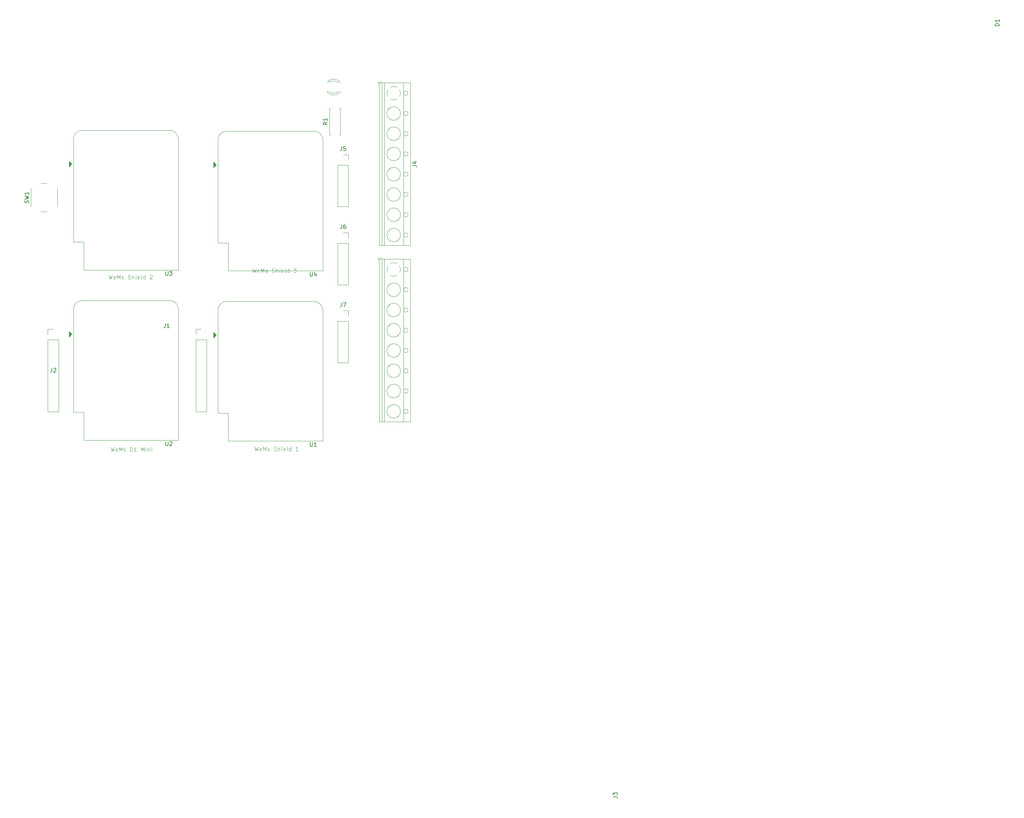
<source format=gbr>
%TF.GenerationSoftware,KiCad,Pcbnew,8.0.5-8.0.5-0~ubuntu24.04.1*%
%TF.CreationDate,2024-09-16T18:32:16+02:00*%
%TF.ProjectId,Test_elec,54657374-5f65-46c6-9563-2e6b69636164,rev?*%
%TF.SameCoordinates,Original*%
%TF.FileFunction,Legend,Top*%
%TF.FilePolarity,Positive*%
%FSLAX46Y46*%
G04 Gerber Fmt 4.6, Leading zero omitted, Abs format (unit mm)*
G04 Created by KiCad (PCBNEW 8.0.5-8.0.5-0~ubuntu24.04.1) date 2024-09-16 18:32:16*
%MOMM*%
%LPD*%
G01*
G04 APERTURE LIST*
%ADD10C,0.100000*%
%ADD11C,0.150000*%
%ADD12C,0.120000*%
G04 APERTURE END LIST*
D10*
X129208646Y-77372419D02*
X129446741Y-78372419D01*
X129446741Y-78372419D02*
X129637217Y-77658133D01*
X129637217Y-77658133D02*
X129827693Y-78372419D01*
X129827693Y-78372419D02*
X130065789Y-77372419D01*
X130827693Y-78324800D02*
X130732455Y-78372419D01*
X130732455Y-78372419D02*
X130541979Y-78372419D01*
X130541979Y-78372419D02*
X130446741Y-78324800D01*
X130446741Y-78324800D02*
X130399122Y-78229561D01*
X130399122Y-78229561D02*
X130399122Y-77848609D01*
X130399122Y-77848609D02*
X130446741Y-77753371D01*
X130446741Y-77753371D02*
X130541979Y-77705752D01*
X130541979Y-77705752D02*
X130732455Y-77705752D01*
X130732455Y-77705752D02*
X130827693Y-77753371D01*
X130827693Y-77753371D02*
X130875312Y-77848609D01*
X130875312Y-77848609D02*
X130875312Y-77943847D01*
X130875312Y-77943847D02*
X130399122Y-78039085D01*
X131303884Y-78372419D02*
X131303884Y-77372419D01*
X131303884Y-77372419D02*
X131637217Y-78086704D01*
X131637217Y-78086704D02*
X131970550Y-77372419D01*
X131970550Y-77372419D02*
X131970550Y-78372419D01*
X132399122Y-78324800D02*
X132494360Y-78372419D01*
X132494360Y-78372419D02*
X132684836Y-78372419D01*
X132684836Y-78372419D02*
X132780074Y-78324800D01*
X132780074Y-78324800D02*
X132827693Y-78229561D01*
X132827693Y-78229561D02*
X132827693Y-78181942D01*
X132827693Y-78181942D02*
X132780074Y-78086704D01*
X132780074Y-78086704D02*
X132684836Y-78039085D01*
X132684836Y-78039085D02*
X132541979Y-78039085D01*
X132541979Y-78039085D02*
X132446741Y-77991466D01*
X132446741Y-77991466D02*
X132399122Y-77896228D01*
X132399122Y-77896228D02*
X132399122Y-77848609D01*
X132399122Y-77848609D02*
X132446741Y-77753371D01*
X132446741Y-77753371D02*
X132541979Y-77705752D01*
X132541979Y-77705752D02*
X132684836Y-77705752D01*
X132684836Y-77705752D02*
X132780074Y-77753371D01*
X133970551Y-78324800D02*
X134113408Y-78372419D01*
X134113408Y-78372419D02*
X134351503Y-78372419D01*
X134351503Y-78372419D02*
X134446741Y-78324800D01*
X134446741Y-78324800D02*
X134494360Y-78277180D01*
X134494360Y-78277180D02*
X134541979Y-78181942D01*
X134541979Y-78181942D02*
X134541979Y-78086704D01*
X134541979Y-78086704D02*
X134494360Y-77991466D01*
X134494360Y-77991466D02*
X134446741Y-77943847D01*
X134446741Y-77943847D02*
X134351503Y-77896228D01*
X134351503Y-77896228D02*
X134161027Y-77848609D01*
X134161027Y-77848609D02*
X134065789Y-77800990D01*
X134065789Y-77800990D02*
X134018170Y-77753371D01*
X134018170Y-77753371D02*
X133970551Y-77658133D01*
X133970551Y-77658133D02*
X133970551Y-77562895D01*
X133970551Y-77562895D02*
X134018170Y-77467657D01*
X134018170Y-77467657D02*
X134065789Y-77420038D01*
X134065789Y-77420038D02*
X134161027Y-77372419D01*
X134161027Y-77372419D02*
X134399122Y-77372419D01*
X134399122Y-77372419D02*
X134541979Y-77420038D01*
X134970551Y-78372419D02*
X134970551Y-77372419D01*
X135399122Y-78372419D02*
X135399122Y-77848609D01*
X135399122Y-77848609D02*
X135351503Y-77753371D01*
X135351503Y-77753371D02*
X135256265Y-77705752D01*
X135256265Y-77705752D02*
X135113408Y-77705752D01*
X135113408Y-77705752D02*
X135018170Y-77753371D01*
X135018170Y-77753371D02*
X134970551Y-77800990D01*
X135875313Y-78372419D02*
X135875313Y-77705752D01*
X135875313Y-77372419D02*
X135827694Y-77420038D01*
X135827694Y-77420038D02*
X135875313Y-77467657D01*
X135875313Y-77467657D02*
X135922932Y-77420038D01*
X135922932Y-77420038D02*
X135875313Y-77372419D01*
X135875313Y-77372419D02*
X135875313Y-77467657D01*
X136732455Y-78324800D02*
X136637217Y-78372419D01*
X136637217Y-78372419D02*
X136446741Y-78372419D01*
X136446741Y-78372419D02*
X136351503Y-78324800D01*
X136351503Y-78324800D02*
X136303884Y-78229561D01*
X136303884Y-78229561D02*
X136303884Y-77848609D01*
X136303884Y-77848609D02*
X136351503Y-77753371D01*
X136351503Y-77753371D02*
X136446741Y-77705752D01*
X136446741Y-77705752D02*
X136637217Y-77705752D01*
X136637217Y-77705752D02*
X136732455Y-77753371D01*
X136732455Y-77753371D02*
X136780074Y-77848609D01*
X136780074Y-77848609D02*
X136780074Y-77943847D01*
X136780074Y-77943847D02*
X136303884Y-78039085D01*
X137351503Y-78372419D02*
X137256265Y-78324800D01*
X137256265Y-78324800D02*
X137208646Y-78229561D01*
X137208646Y-78229561D02*
X137208646Y-77372419D01*
X138161027Y-78372419D02*
X138161027Y-77372419D01*
X138161027Y-78324800D02*
X138065789Y-78372419D01*
X138065789Y-78372419D02*
X137875313Y-78372419D01*
X137875313Y-78372419D02*
X137780075Y-78324800D01*
X137780075Y-78324800D02*
X137732456Y-78277180D01*
X137732456Y-78277180D02*
X137684837Y-78181942D01*
X137684837Y-78181942D02*
X137684837Y-77896228D01*
X137684837Y-77896228D02*
X137732456Y-77800990D01*
X137732456Y-77800990D02*
X137780075Y-77753371D01*
X137780075Y-77753371D02*
X137875313Y-77705752D01*
X137875313Y-77705752D02*
X138065789Y-77705752D01*
X138065789Y-77705752D02*
X138161027Y-77753371D01*
X139351504Y-77467657D02*
X139399123Y-77420038D01*
X139399123Y-77420038D02*
X139494361Y-77372419D01*
X139494361Y-77372419D02*
X139732456Y-77372419D01*
X139732456Y-77372419D02*
X139827694Y-77420038D01*
X139827694Y-77420038D02*
X139875313Y-77467657D01*
X139875313Y-77467657D02*
X139922932Y-77562895D01*
X139922932Y-77562895D02*
X139922932Y-77658133D01*
X139922932Y-77658133D02*
X139875313Y-77800990D01*
X139875313Y-77800990D02*
X139303885Y-78372419D01*
X139303885Y-78372419D02*
X139922932Y-78372419D01*
X164708646Y-75762475D02*
X164946741Y-76762475D01*
X164946741Y-76762475D02*
X165137217Y-76048189D01*
X165137217Y-76048189D02*
X165327693Y-76762475D01*
X165327693Y-76762475D02*
X165565789Y-75762475D01*
X166327693Y-76714856D02*
X166232455Y-76762475D01*
X166232455Y-76762475D02*
X166041979Y-76762475D01*
X166041979Y-76762475D02*
X165946741Y-76714856D01*
X165946741Y-76714856D02*
X165899122Y-76619617D01*
X165899122Y-76619617D02*
X165899122Y-76238665D01*
X165899122Y-76238665D02*
X165946741Y-76143427D01*
X165946741Y-76143427D02*
X166041979Y-76095808D01*
X166041979Y-76095808D02*
X166232455Y-76095808D01*
X166232455Y-76095808D02*
X166327693Y-76143427D01*
X166327693Y-76143427D02*
X166375312Y-76238665D01*
X166375312Y-76238665D02*
X166375312Y-76333903D01*
X166375312Y-76333903D02*
X165899122Y-76429141D01*
X166803884Y-76762475D02*
X166803884Y-75762475D01*
X166803884Y-75762475D02*
X167137217Y-76476760D01*
X167137217Y-76476760D02*
X167470550Y-75762475D01*
X167470550Y-75762475D02*
X167470550Y-76762475D01*
X167899122Y-76714856D02*
X167994360Y-76762475D01*
X167994360Y-76762475D02*
X168184836Y-76762475D01*
X168184836Y-76762475D02*
X168280074Y-76714856D01*
X168280074Y-76714856D02*
X168327693Y-76619617D01*
X168327693Y-76619617D02*
X168327693Y-76571998D01*
X168327693Y-76571998D02*
X168280074Y-76476760D01*
X168280074Y-76476760D02*
X168184836Y-76429141D01*
X168184836Y-76429141D02*
X168041979Y-76429141D01*
X168041979Y-76429141D02*
X167946741Y-76381522D01*
X167946741Y-76381522D02*
X167899122Y-76286284D01*
X167899122Y-76286284D02*
X167899122Y-76238665D01*
X167899122Y-76238665D02*
X167946741Y-76143427D01*
X167946741Y-76143427D02*
X168041979Y-76095808D01*
X168041979Y-76095808D02*
X168184836Y-76095808D01*
X168184836Y-76095808D02*
X168280074Y-76143427D01*
X169470551Y-76714856D02*
X169613408Y-76762475D01*
X169613408Y-76762475D02*
X169851503Y-76762475D01*
X169851503Y-76762475D02*
X169946741Y-76714856D01*
X169946741Y-76714856D02*
X169994360Y-76667236D01*
X169994360Y-76667236D02*
X170041979Y-76571998D01*
X170041979Y-76571998D02*
X170041979Y-76476760D01*
X170041979Y-76476760D02*
X169994360Y-76381522D01*
X169994360Y-76381522D02*
X169946741Y-76333903D01*
X169946741Y-76333903D02*
X169851503Y-76286284D01*
X169851503Y-76286284D02*
X169661027Y-76238665D01*
X169661027Y-76238665D02*
X169565789Y-76191046D01*
X169565789Y-76191046D02*
X169518170Y-76143427D01*
X169518170Y-76143427D02*
X169470551Y-76048189D01*
X169470551Y-76048189D02*
X169470551Y-75952951D01*
X169470551Y-75952951D02*
X169518170Y-75857713D01*
X169518170Y-75857713D02*
X169565789Y-75810094D01*
X169565789Y-75810094D02*
X169661027Y-75762475D01*
X169661027Y-75762475D02*
X169899122Y-75762475D01*
X169899122Y-75762475D02*
X170041979Y-75810094D01*
X170470551Y-76762475D02*
X170470551Y-75762475D01*
X170899122Y-76762475D02*
X170899122Y-76238665D01*
X170899122Y-76238665D02*
X170851503Y-76143427D01*
X170851503Y-76143427D02*
X170756265Y-76095808D01*
X170756265Y-76095808D02*
X170613408Y-76095808D01*
X170613408Y-76095808D02*
X170518170Y-76143427D01*
X170518170Y-76143427D02*
X170470551Y-76191046D01*
X171375313Y-76762475D02*
X171375313Y-76095808D01*
X171375313Y-75762475D02*
X171327694Y-75810094D01*
X171327694Y-75810094D02*
X171375313Y-75857713D01*
X171375313Y-75857713D02*
X171422932Y-75810094D01*
X171422932Y-75810094D02*
X171375313Y-75762475D01*
X171375313Y-75762475D02*
X171375313Y-75857713D01*
X172232455Y-76714856D02*
X172137217Y-76762475D01*
X172137217Y-76762475D02*
X171946741Y-76762475D01*
X171946741Y-76762475D02*
X171851503Y-76714856D01*
X171851503Y-76714856D02*
X171803884Y-76619617D01*
X171803884Y-76619617D02*
X171803884Y-76238665D01*
X171803884Y-76238665D02*
X171851503Y-76143427D01*
X171851503Y-76143427D02*
X171946741Y-76095808D01*
X171946741Y-76095808D02*
X172137217Y-76095808D01*
X172137217Y-76095808D02*
X172232455Y-76143427D01*
X172232455Y-76143427D02*
X172280074Y-76238665D01*
X172280074Y-76238665D02*
X172280074Y-76333903D01*
X172280074Y-76333903D02*
X171803884Y-76429141D01*
X172851503Y-76762475D02*
X172756265Y-76714856D01*
X172756265Y-76714856D02*
X172708646Y-76619617D01*
X172708646Y-76619617D02*
X172708646Y-75762475D01*
X173661027Y-76762475D02*
X173661027Y-75762475D01*
X173661027Y-76714856D02*
X173565789Y-76762475D01*
X173565789Y-76762475D02*
X173375313Y-76762475D01*
X173375313Y-76762475D02*
X173280075Y-76714856D01*
X173280075Y-76714856D02*
X173232456Y-76667236D01*
X173232456Y-76667236D02*
X173184837Y-76571998D01*
X173184837Y-76571998D02*
X173184837Y-76286284D01*
X173184837Y-76286284D02*
X173232456Y-76191046D01*
X173232456Y-76191046D02*
X173280075Y-76143427D01*
X173280075Y-76143427D02*
X173375313Y-76095808D01*
X173375313Y-76095808D02*
X173565789Y-76095808D01*
X173565789Y-76095808D02*
X173661027Y-76143427D01*
X174803885Y-75762475D02*
X175422932Y-75762475D01*
X175422932Y-75762475D02*
X175089599Y-76143427D01*
X175089599Y-76143427D02*
X175232456Y-76143427D01*
X175232456Y-76143427D02*
X175327694Y-76191046D01*
X175327694Y-76191046D02*
X175375313Y-76238665D01*
X175375313Y-76238665D02*
X175422932Y-76333903D01*
X175422932Y-76333903D02*
X175422932Y-76571998D01*
X175422932Y-76571998D02*
X175375313Y-76667236D01*
X175375313Y-76667236D02*
X175327694Y-76714856D01*
X175327694Y-76714856D02*
X175232456Y-76762475D01*
X175232456Y-76762475D02*
X174946742Y-76762475D01*
X174946742Y-76762475D02*
X174851504Y-76714856D01*
X174851504Y-76714856D02*
X174803885Y-76667236D01*
X165208646Y-119762475D02*
X165446741Y-120762475D01*
X165446741Y-120762475D02*
X165637217Y-120048189D01*
X165637217Y-120048189D02*
X165827693Y-120762475D01*
X165827693Y-120762475D02*
X166065789Y-119762475D01*
X166827693Y-120714856D02*
X166732455Y-120762475D01*
X166732455Y-120762475D02*
X166541979Y-120762475D01*
X166541979Y-120762475D02*
X166446741Y-120714856D01*
X166446741Y-120714856D02*
X166399122Y-120619617D01*
X166399122Y-120619617D02*
X166399122Y-120238665D01*
X166399122Y-120238665D02*
X166446741Y-120143427D01*
X166446741Y-120143427D02*
X166541979Y-120095808D01*
X166541979Y-120095808D02*
X166732455Y-120095808D01*
X166732455Y-120095808D02*
X166827693Y-120143427D01*
X166827693Y-120143427D02*
X166875312Y-120238665D01*
X166875312Y-120238665D02*
X166875312Y-120333903D01*
X166875312Y-120333903D02*
X166399122Y-120429141D01*
X167303884Y-120762475D02*
X167303884Y-119762475D01*
X167303884Y-119762475D02*
X167637217Y-120476760D01*
X167637217Y-120476760D02*
X167970550Y-119762475D01*
X167970550Y-119762475D02*
X167970550Y-120762475D01*
X168399122Y-120714856D02*
X168494360Y-120762475D01*
X168494360Y-120762475D02*
X168684836Y-120762475D01*
X168684836Y-120762475D02*
X168780074Y-120714856D01*
X168780074Y-120714856D02*
X168827693Y-120619617D01*
X168827693Y-120619617D02*
X168827693Y-120571998D01*
X168827693Y-120571998D02*
X168780074Y-120476760D01*
X168780074Y-120476760D02*
X168684836Y-120429141D01*
X168684836Y-120429141D02*
X168541979Y-120429141D01*
X168541979Y-120429141D02*
X168446741Y-120381522D01*
X168446741Y-120381522D02*
X168399122Y-120286284D01*
X168399122Y-120286284D02*
X168399122Y-120238665D01*
X168399122Y-120238665D02*
X168446741Y-120143427D01*
X168446741Y-120143427D02*
X168541979Y-120095808D01*
X168541979Y-120095808D02*
X168684836Y-120095808D01*
X168684836Y-120095808D02*
X168780074Y-120143427D01*
X169970551Y-120714856D02*
X170113408Y-120762475D01*
X170113408Y-120762475D02*
X170351503Y-120762475D01*
X170351503Y-120762475D02*
X170446741Y-120714856D01*
X170446741Y-120714856D02*
X170494360Y-120667236D01*
X170494360Y-120667236D02*
X170541979Y-120571998D01*
X170541979Y-120571998D02*
X170541979Y-120476760D01*
X170541979Y-120476760D02*
X170494360Y-120381522D01*
X170494360Y-120381522D02*
X170446741Y-120333903D01*
X170446741Y-120333903D02*
X170351503Y-120286284D01*
X170351503Y-120286284D02*
X170161027Y-120238665D01*
X170161027Y-120238665D02*
X170065789Y-120191046D01*
X170065789Y-120191046D02*
X170018170Y-120143427D01*
X170018170Y-120143427D02*
X169970551Y-120048189D01*
X169970551Y-120048189D02*
X169970551Y-119952951D01*
X169970551Y-119952951D02*
X170018170Y-119857713D01*
X170018170Y-119857713D02*
X170065789Y-119810094D01*
X170065789Y-119810094D02*
X170161027Y-119762475D01*
X170161027Y-119762475D02*
X170399122Y-119762475D01*
X170399122Y-119762475D02*
X170541979Y-119810094D01*
X170970551Y-120762475D02*
X170970551Y-119762475D01*
X171399122Y-120762475D02*
X171399122Y-120238665D01*
X171399122Y-120238665D02*
X171351503Y-120143427D01*
X171351503Y-120143427D02*
X171256265Y-120095808D01*
X171256265Y-120095808D02*
X171113408Y-120095808D01*
X171113408Y-120095808D02*
X171018170Y-120143427D01*
X171018170Y-120143427D02*
X170970551Y-120191046D01*
X171875313Y-120762475D02*
X171875313Y-120095808D01*
X171875313Y-119762475D02*
X171827694Y-119810094D01*
X171827694Y-119810094D02*
X171875313Y-119857713D01*
X171875313Y-119857713D02*
X171922932Y-119810094D01*
X171922932Y-119810094D02*
X171875313Y-119762475D01*
X171875313Y-119762475D02*
X171875313Y-119857713D01*
X172732455Y-120714856D02*
X172637217Y-120762475D01*
X172637217Y-120762475D02*
X172446741Y-120762475D01*
X172446741Y-120762475D02*
X172351503Y-120714856D01*
X172351503Y-120714856D02*
X172303884Y-120619617D01*
X172303884Y-120619617D02*
X172303884Y-120238665D01*
X172303884Y-120238665D02*
X172351503Y-120143427D01*
X172351503Y-120143427D02*
X172446741Y-120095808D01*
X172446741Y-120095808D02*
X172637217Y-120095808D01*
X172637217Y-120095808D02*
X172732455Y-120143427D01*
X172732455Y-120143427D02*
X172780074Y-120238665D01*
X172780074Y-120238665D02*
X172780074Y-120333903D01*
X172780074Y-120333903D02*
X172303884Y-120429141D01*
X173351503Y-120762475D02*
X173256265Y-120714856D01*
X173256265Y-120714856D02*
X173208646Y-120619617D01*
X173208646Y-120619617D02*
X173208646Y-119762475D01*
X174161027Y-120762475D02*
X174161027Y-119762475D01*
X174161027Y-120714856D02*
X174065789Y-120762475D01*
X174065789Y-120762475D02*
X173875313Y-120762475D01*
X173875313Y-120762475D02*
X173780075Y-120714856D01*
X173780075Y-120714856D02*
X173732456Y-120667236D01*
X173732456Y-120667236D02*
X173684837Y-120571998D01*
X173684837Y-120571998D02*
X173684837Y-120286284D01*
X173684837Y-120286284D02*
X173732456Y-120191046D01*
X173732456Y-120191046D02*
X173780075Y-120143427D01*
X173780075Y-120143427D02*
X173875313Y-120095808D01*
X173875313Y-120095808D02*
X174065789Y-120095808D01*
X174065789Y-120095808D02*
X174161027Y-120143427D01*
X175922932Y-120762475D02*
X175351504Y-120762475D01*
X175637218Y-120762475D02*
X175637218Y-119762475D01*
X175637218Y-119762475D02*
X175541980Y-119905332D01*
X175541980Y-119905332D02*
X175446742Y-120000570D01*
X175446742Y-120000570D02*
X175351504Y-120048189D01*
X129708646Y-119872419D02*
X129946741Y-120872419D01*
X129946741Y-120872419D02*
X130137217Y-120158133D01*
X130137217Y-120158133D02*
X130327693Y-120872419D01*
X130327693Y-120872419D02*
X130565789Y-119872419D01*
X131327693Y-120824800D02*
X131232455Y-120872419D01*
X131232455Y-120872419D02*
X131041979Y-120872419D01*
X131041979Y-120872419D02*
X130946741Y-120824800D01*
X130946741Y-120824800D02*
X130899122Y-120729561D01*
X130899122Y-120729561D02*
X130899122Y-120348609D01*
X130899122Y-120348609D02*
X130946741Y-120253371D01*
X130946741Y-120253371D02*
X131041979Y-120205752D01*
X131041979Y-120205752D02*
X131232455Y-120205752D01*
X131232455Y-120205752D02*
X131327693Y-120253371D01*
X131327693Y-120253371D02*
X131375312Y-120348609D01*
X131375312Y-120348609D02*
X131375312Y-120443847D01*
X131375312Y-120443847D02*
X130899122Y-120539085D01*
X131803884Y-120872419D02*
X131803884Y-119872419D01*
X131803884Y-119872419D02*
X132137217Y-120586704D01*
X132137217Y-120586704D02*
X132470550Y-119872419D01*
X132470550Y-119872419D02*
X132470550Y-120872419D01*
X132899122Y-120824800D02*
X132994360Y-120872419D01*
X132994360Y-120872419D02*
X133184836Y-120872419D01*
X133184836Y-120872419D02*
X133280074Y-120824800D01*
X133280074Y-120824800D02*
X133327693Y-120729561D01*
X133327693Y-120729561D02*
X133327693Y-120681942D01*
X133327693Y-120681942D02*
X133280074Y-120586704D01*
X133280074Y-120586704D02*
X133184836Y-120539085D01*
X133184836Y-120539085D02*
X133041979Y-120539085D01*
X133041979Y-120539085D02*
X132946741Y-120491466D01*
X132946741Y-120491466D02*
X132899122Y-120396228D01*
X132899122Y-120396228D02*
X132899122Y-120348609D01*
X132899122Y-120348609D02*
X132946741Y-120253371D01*
X132946741Y-120253371D02*
X133041979Y-120205752D01*
X133041979Y-120205752D02*
X133184836Y-120205752D01*
X133184836Y-120205752D02*
X133280074Y-120253371D01*
X134518170Y-120872419D02*
X134518170Y-119872419D01*
X134518170Y-119872419D02*
X134756265Y-119872419D01*
X134756265Y-119872419D02*
X134899122Y-119920038D01*
X134899122Y-119920038D02*
X134994360Y-120015276D01*
X134994360Y-120015276D02*
X135041979Y-120110514D01*
X135041979Y-120110514D02*
X135089598Y-120300990D01*
X135089598Y-120300990D02*
X135089598Y-120443847D01*
X135089598Y-120443847D02*
X135041979Y-120634323D01*
X135041979Y-120634323D02*
X134994360Y-120729561D01*
X134994360Y-120729561D02*
X134899122Y-120824800D01*
X134899122Y-120824800D02*
X134756265Y-120872419D01*
X134756265Y-120872419D02*
X134518170Y-120872419D01*
X136041979Y-120872419D02*
X135470551Y-120872419D01*
X135756265Y-120872419D02*
X135756265Y-119872419D01*
X135756265Y-119872419D02*
X135661027Y-120015276D01*
X135661027Y-120015276D02*
X135565789Y-120110514D01*
X135565789Y-120110514D02*
X135470551Y-120158133D01*
X137232456Y-120872419D02*
X137232456Y-119872419D01*
X137232456Y-119872419D02*
X137565789Y-120586704D01*
X137565789Y-120586704D02*
X137899122Y-119872419D01*
X137899122Y-119872419D02*
X137899122Y-120872419D01*
X138375313Y-120872419D02*
X138375313Y-120205752D01*
X138375313Y-119872419D02*
X138327694Y-119920038D01*
X138327694Y-119920038D02*
X138375313Y-119967657D01*
X138375313Y-119967657D02*
X138422932Y-119920038D01*
X138422932Y-119920038D02*
X138375313Y-119872419D01*
X138375313Y-119872419D02*
X138375313Y-119967657D01*
X138851503Y-120205752D02*
X138851503Y-120872419D01*
X138851503Y-120300990D02*
X138899122Y-120253371D01*
X138899122Y-120253371D02*
X138994360Y-120205752D01*
X138994360Y-120205752D02*
X139137217Y-120205752D01*
X139137217Y-120205752D02*
X139232455Y-120253371D01*
X139232455Y-120253371D02*
X139280074Y-120348609D01*
X139280074Y-120348609D02*
X139280074Y-120872419D01*
X139756265Y-120872419D02*
X139756265Y-120205752D01*
X139756265Y-119872419D02*
X139708646Y-119920038D01*
X139708646Y-119920038D02*
X139756265Y-119967657D01*
X139756265Y-119967657D02*
X139803884Y-119920038D01*
X139803884Y-119920038D02*
X139756265Y-119872419D01*
X139756265Y-119872419D02*
X139756265Y-119967657D01*
D11*
X178878095Y-76674819D02*
X178878095Y-77484342D01*
X178878095Y-77484342D02*
X178925714Y-77579580D01*
X178925714Y-77579580D02*
X178973333Y-77627200D01*
X178973333Y-77627200D02*
X179068571Y-77674819D01*
X179068571Y-77674819D02*
X179259047Y-77674819D01*
X179259047Y-77674819D02*
X179354285Y-77627200D01*
X179354285Y-77627200D02*
X179401904Y-77579580D01*
X179401904Y-77579580D02*
X179449523Y-77484342D01*
X179449523Y-77484342D02*
X179449523Y-76674819D01*
X180354285Y-77008152D02*
X180354285Y-77674819D01*
X180116190Y-76627200D02*
X179878095Y-77341485D01*
X179878095Y-77341485D02*
X180497142Y-77341485D01*
X143238095Y-76454819D02*
X143238095Y-77264342D01*
X143238095Y-77264342D02*
X143285714Y-77359580D01*
X143285714Y-77359580D02*
X143333333Y-77407200D01*
X143333333Y-77407200D02*
X143428571Y-77454819D01*
X143428571Y-77454819D02*
X143619047Y-77454819D01*
X143619047Y-77454819D02*
X143714285Y-77407200D01*
X143714285Y-77407200D02*
X143761904Y-77359580D01*
X143761904Y-77359580D02*
X143809523Y-77264342D01*
X143809523Y-77264342D02*
X143809523Y-76454819D01*
X144190476Y-76454819D02*
X144809523Y-76454819D01*
X144809523Y-76454819D02*
X144476190Y-76835771D01*
X144476190Y-76835771D02*
X144619047Y-76835771D01*
X144619047Y-76835771D02*
X144714285Y-76883390D01*
X144714285Y-76883390D02*
X144761904Y-76931009D01*
X144761904Y-76931009D02*
X144809523Y-77026247D01*
X144809523Y-77026247D02*
X144809523Y-77264342D01*
X144809523Y-77264342D02*
X144761904Y-77359580D01*
X144761904Y-77359580D02*
X144714285Y-77407200D01*
X144714285Y-77407200D02*
X144619047Y-77454819D01*
X144619047Y-77454819D02*
X144333333Y-77454819D01*
X144333333Y-77454819D02*
X144238095Y-77407200D01*
X144238095Y-77407200D02*
X144190476Y-77359580D01*
X143238095Y-118454819D02*
X143238095Y-119264342D01*
X143238095Y-119264342D02*
X143285714Y-119359580D01*
X143285714Y-119359580D02*
X143333333Y-119407200D01*
X143333333Y-119407200D02*
X143428571Y-119454819D01*
X143428571Y-119454819D02*
X143619047Y-119454819D01*
X143619047Y-119454819D02*
X143714285Y-119407200D01*
X143714285Y-119407200D02*
X143761904Y-119359580D01*
X143761904Y-119359580D02*
X143809523Y-119264342D01*
X143809523Y-119264342D02*
X143809523Y-118454819D01*
X144238095Y-118550057D02*
X144285714Y-118502438D01*
X144285714Y-118502438D02*
X144380952Y-118454819D01*
X144380952Y-118454819D02*
X144619047Y-118454819D01*
X144619047Y-118454819D02*
X144714285Y-118502438D01*
X144714285Y-118502438D02*
X144761904Y-118550057D01*
X144761904Y-118550057D02*
X144809523Y-118645295D01*
X144809523Y-118645295D02*
X144809523Y-118740533D01*
X144809523Y-118740533D02*
X144761904Y-118883390D01*
X144761904Y-118883390D02*
X144190476Y-119454819D01*
X144190476Y-119454819D02*
X144809523Y-119454819D01*
X178878095Y-118674819D02*
X178878095Y-119484342D01*
X178878095Y-119484342D02*
X178925714Y-119579580D01*
X178925714Y-119579580D02*
X178973333Y-119627200D01*
X178973333Y-119627200D02*
X179068571Y-119674819D01*
X179068571Y-119674819D02*
X179259047Y-119674819D01*
X179259047Y-119674819D02*
X179354285Y-119627200D01*
X179354285Y-119627200D02*
X179401904Y-119579580D01*
X179401904Y-119579580D02*
X179449523Y-119484342D01*
X179449523Y-119484342D02*
X179449523Y-118674819D01*
X180449523Y-119674819D02*
X179878095Y-119674819D01*
X180163809Y-119674819D02*
X180163809Y-118674819D01*
X180163809Y-118674819D02*
X180068571Y-118817676D01*
X180068571Y-118817676D02*
X179973333Y-118912914D01*
X179973333Y-118912914D02*
X179878095Y-118960533D01*
X109407200Y-59583332D02*
X109454819Y-59440475D01*
X109454819Y-59440475D02*
X109454819Y-59202380D01*
X109454819Y-59202380D02*
X109407200Y-59107142D01*
X109407200Y-59107142D02*
X109359580Y-59059523D01*
X109359580Y-59059523D02*
X109264342Y-59011904D01*
X109264342Y-59011904D02*
X109169104Y-59011904D01*
X109169104Y-59011904D02*
X109073866Y-59059523D01*
X109073866Y-59059523D02*
X109026247Y-59107142D01*
X109026247Y-59107142D02*
X108978628Y-59202380D01*
X108978628Y-59202380D02*
X108931009Y-59392856D01*
X108931009Y-59392856D02*
X108883390Y-59488094D01*
X108883390Y-59488094D02*
X108835771Y-59535713D01*
X108835771Y-59535713D02*
X108740533Y-59583332D01*
X108740533Y-59583332D02*
X108645295Y-59583332D01*
X108645295Y-59583332D02*
X108550057Y-59535713D01*
X108550057Y-59535713D02*
X108502438Y-59488094D01*
X108502438Y-59488094D02*
X108454819Y-59392856D01*
X108454819Y-59392856D02*
X108454819Y-59154761D01*
X108454819Y-59154761D02*
X108502438Y-59011904D01*
X108454819Y-58678570D02*
X109454819Y-58440475D01*
X109454819Y-58440475D02*
X108740533Y-58249999D01*
X108740533Y-58249999D02*
X109454819Y-58059523D01*
X109454819Y-58059523D02*
X108454819Y-57821428D01*
X109454819Y-56916666D02*
X109454819Y-57488094D01*
X109454819Y-57202380D02*
X108454819Y-57202380D01*
X108454819Y-57202380D02*
X108597676Y-57297618D01*
X108597676Y-57297618D02*
X108692914Y-57392856D01*
X108692914Y-57392856D02*
X108740533Y-57488094D01*
X183084819Y-39666666D02*
X182608628Y-39999999D01*
X183084819Y-40238094D02*
X182084819Y-40238094D01*
X182084819Y-40238094D02*
X182084819Y-39857142D01*
X182084819Y-39857142D02*
X182132438Y-39761904D01*
X182132438Y-39761904D02*
X182180057Y-39714285D01*
X182180057Y-39714285D02*
X182275295Y-39666666D01*
X182275295Y-39666666D02*
X182418152Y-39666666D01*
X182418152Y-39666666D02*
X182513390Y-39714285D01*
X182513390Y-39714285D02*
X182561009Y-39761904D01*
X182561009Y-39761904D02*
X182608628Y-39857142D01*
X182608628Y-39857142D02*
X182608628Y-40238094D01*
X183084819Y-38714285D02*
X183084819Y-39285713D01*
X183084819Y-38999999D02*
X182084819Y-38999999D01*
X182084819Y-38999999D02*
X182227676Y-39095237D01*
X182227676Y-39095237D02*
X182322914Y-39190475D01*
X182322914Y-39190475D02*
X182370533Y-39285713D01*
X186666666Y-84184819D02*
X186666666Y-84899104D01*
X186666666Y-84899104D02*
X186619047Y-85041961D01*
X186619047Y-85041961D02*
X186523809Y-85137200D01*
X186523809Y-85137200D02*
X186380952Y-85184819D01*
X186380952Y-85184819D02*
X186285714Y-85184819D01*
X187047619Y-84184819D02*
X187714285Y-84184819D01*
X187714285Y-84184819D02*
X187285714Y-85184819D01*
X186666666Y-64934819D02*
X186666666Y-65649104D01*
X186666666Y-65649104D02*
X186619047Y-65791961D01*
X186619047Y-65791961D02*
X186523809Y-65887200D01*
X186523809Y-65887200D02*
X186380952Y-65934819D01*
X186380952Y-65934819D02*
X186285714Y-65934819D01*
X187571428Y-64934819D02*
X187380952Y-64934819D01*
X187380952Y-64934819D02*
X187285714Y-64982438D01*
X187285714Y-64982438D02*
X187238095Y-65030057D01*
X187238095Y-65030057D02*
X187142857Y-65172914D01*
X187142857Y-65172914D02*
X187095238Y-65363390D01*
X187095238Y-65363390D02*
X187095238Y-65744342D01*
X187095238Y-65744342D02*
X187142857Y-65839580D01*
X187142857Y-65839580D02*
X187190476Y-65887200D01*
X187190476Y-65887200D02*
X187285714Y-65934819D01*
X187285714Y-65934819D02*
X187476190Y-65934819D01*
X187476190Y-65934819D02*
X187571428Y-65887200D01*
X187571428Y-65887200D02*
X187619047Y-65839580D01*
X187619047Y-65839580D02*
X187666666Y-65744342D01*
X187666666Y-65744342D02*
X187666666Y-65506247D01*
X187666666Y-65506247D02*
X187619047Y-65411009D01*
X187619047Y-65411009D02*
X187571428Y-65363390D01*
X187571428Y-65363390D02*
X187476190Y-65315771D01*
X187476190Y-65315771D02*
X187285714Y-65315771D01*
X187285714Y-65315771D02*
X187190476Y-65363390D01*
X187190476Y-65363390D02*
X187142857Y-65411009D01*
X187142857Y-65411009D02*
X187095238Y-65506247D01*
X186666666Y-45684819D02*
X186666666Y-46399104D01*
X186666666Y-46399104D02*
X186619047Y-46541961D01*
X186619047Y-46541961D02*
X186523809Y-46637200D01*
X186523809Y-46637200D02*
X186380952Y-46684819D01*
X186380952Y-46684819D02*
X186285714Y-46684819D01*
X187619047Y-45684819D02*
X187142857Y-45684819D01*
X187142857Y-45684819D02*
X187095238Y-46161009D01*
X187095238Y-46161009D02*
X187142857Y-46113390D01*
X187142857Y-46113390D02*
X187238095Y-46065771D01*
X187238095Y-46065771D02*
X187476190Y-46065771D01*
X187476190Y-46065771D02*
X187571428Y-46113390D01*
X187571428Y-46113390D02*
X187619047Y-46161009D01*
X187619047Y-46161009D02*
X187666666Y-46256247D01*
X187666666Y-46256247D02*
X187666666Y-46494342D01*
X187666666Y-46494342D02*
X187619047Y-46589580D01*
X187619047Y-46589580D02*
X187571428Y-46637200D01*
X187571428Y-46637200D02*
X187476190Y-46684819D01*
X187476190Y-46684819D02*
X187238095Y-46684819D01*
X187238095Y-46684819D02*
X187142857Y-46637200D01*
X187142857Y-46637200D02*
X187095238Y-46589580D01*
X204114819Y-50333333D02*
X204829104Y-50333333D01*
X204829104Y-50333333D02*
X204971961Y-50380952D01*
X204971961Y-50380952D02*
X205067200Y-50476190D01*
X205067200Y-50476190D02*
X205114819Y-50619047D01*
X205114819Y-50619047D02*
X205114819Y-50714285D01*
X204448152Y-49428571D02*
X205114819Y-49428571D01*
X204067200Y-49666666D02*
X204781485Y-49904761D01*
X204781485Y-49904761D02*
X204781485Y-49285714D01*
X253648069Y-206088333D02*
X254362354Y-206088333D01*
X254362354Y-206088333D02*
X254505211Y-206135952D01*
X254505211Y-206135952D02*
X254600450Y-206231190D01*
X254600450Y-206231190D02*
X254648069Y-206374047D01*
X254648069Y-206374047D02*
X254648069Y-206469285D01*
X253648069Y-205707380D02*
X253648069Y-205088333D01*
X253648069Y-205088333D02*
X254029021Y-205421666D01*
X254029021Y-205421666D02*
X254029021Y-205278809D01*
X254029021Y-205278809D02*
X254076640Y-205183571D01*
X254076640Y-205183571D02*
X254124259Y-205135952D01*
X254124259Y-205135952D02*
X254219497Y-205088333D01*
X254219497Y-205088333D02*
X254457592Y-205088333D01*
X254457592Y-205088333D02*
X254552830Y-205135952D01*
X254552830Y-205135952D02*
X254600450Y-205183571D01*
X254600450Y-205183571D02*
X254648069Y-205278809D01*
X254648069Y-205278809D02*
X254648069Y-205564523D01*
X254648069Y-205564523D02*
X254600450Y-205659761D01*
X254600450Y-205659761D02*
X254552830Y-205707380D01*
X115166666Y-100359819D02*
X115166666Y-101074104D01*
X115166666Y-101074104D02*
X115119047Y-101216961D01*
X115119047Y-101216961D02*
X115023809Y-101312200D01*
X115023809Y-101312200D02*
X114880952Y-101359819D01*
X114880952Y-101359819D02*
X114785714Y-101359819D01*
X115595238Y-100455057D02*
X115642857Y-100407438D01*
X115642857Y-100407438D02*
X115738095Y-100359819D01*
X115738095Y-100359819D02*
X115976190Y-100359819D01*
X115976190Y-100359819D02*
X116071428Y-100407438D01*
X116071428Y-100407438D02*
X116119047Y-100455057D01*
X116119047Y-100455057D02*
X116166666Y-100550295D01*
X116166666Y-100550295D02*
X116166666Y-100645533D01*
X116166666Y-100645533D02*
X116119047Y-100788390D01*
X116119047Y-100788390D02*
X115547619Y-101359819D01*
X115547619Y-101359819D02*
X116166666Y-101359819D01*
X143166666Y-89359819D02*
X143166666Y-90074104D01*
X143166666Y-90074104D02*
X143119047Y-90216961D01*
X143119047Y-90216961D02*
X143023809Y-90312200D01*
X143023809Y-90312200D02*
X142880952Y-90359819D01*
X142880952Y-90359819D02*
X142785714Y-90359819D01*
X144166666Y-90359819D02*
X143595238Y-90359819D01*
X143880952Y-90359819D02*
X143880952Y-89359819D01*
X143880952Y-89359819D02*
X143785714Y-89502676D01*
X143785714Y-89502676D02*
X143690476Y-89597914D01*
X143690476Y-89597914D02*
X143595238Y-89645533D01*
X348914819Y-15858094D02*
X347914819Y-15858094D01*
X347914819Y-15858094D02*
X347914819Y-15619999D01*
X347914819Y-15619999D02*
X347962438Y-15477142D01*
X347962438Y-15477142D02*
X348057676Y-15381904D01*
X348057676Y-15381904D02*
X348152914Y-15334285D01*
X348152914Y-15334285D02*
X348343390Y-15286666D01*
X348343390Y-15286666D02*
X348486247Y-15286666D01*
X348486247Y-15286666D02*
X348676723Y-15334285D01*
X348676723Y-15334285D02*
X348771961Y-15381904D01*
X348771961Y-15381904D02*
X348867200Y-15477142D01*
X348867200Y-15477142D02*
X348914819Y-15619999D01*
X348914819Y-15619999D02*
X348914819Y-15858094D01*
X348914819Y-14334285D02*
X348914819Y-14905713D01*
X348914819Y-14619999D02*
X347914819Y-14619999D01*
X347914819Y-14619999D02*
X348057676Y-14715237D01*
X348057676Y-14715237D02*
X348152914Y-14810475D01*
X348152914Y-14810475D02*
X348200533Y-14905713D01*
%TO.C,U4*%
X155735000Y-50220000D02*
X155100000Y-50855000D01*
X155100000Y-49585000D01*
X155735000Y-50220000D01*
G36*
X155735000Y-50220000D02*
G01*
X155100000Y-50855000D01*
X155100000Y-49585000D01*
X155735000Y-50220000D01*
G37*
D12*
X179870000Y-41880000D02*
G75*
G02*
X182000000Y-44010000I0J-2130000D01*
G01*
X156140000Y-44010000D02*
G75*
G02*
X158270000Y-41880000I2130002J-2D01*
G01*
X182000000Y-76340000D02*
X182000000Y-44010000D01*
X179880000Y-41880000D02*
X158270000Y-41880000D01*
X158680000Y-76340000D02*
X182000000Y-76340000D01*
X158680000Y-69440000D02*
X158680000Y-76340000D01*
X156140000Y-69440000D02*
X158680000Y-69440000D01*
X156140000Y-69440000D02*
X156140000Y-44010000D01*
%TO.C,U3*%
X120500000Y-69220000D02*
X120500000Y-43790000D01*
X120500000Y-69220000D02*
X123040000Y-69220000D01*
X123040000Y-69220000D02*
X123040000Y-76120000D01*
X123040000Y-76120000D02*
X146360000Y-76120000D01*
X144240000Y-41660000D02*
X122630000Y-41660000D01*
X146360000Y-76120000D02*
X146360000Y-43790000D01*
X120500000Y-43790000D02*
G75*
G02*
X122630000Y-41660000I2130002J-2D01*
G01*
X144230000Y-41660000D02*
G75*
G02*
X146360000Y-43790000I0J-2130000D01*
G01*
D11*
X120095000Y-50000000D02*
X119460000Y-50635000D01*
X119460000Y-49365000D01*
X120095000Y-50000000D01*
G36*
X120095000Y-50000000D02*
G01*
X119460000Y-50635000D01*
X119460000Y-49365000D01*
X120095000Y-50000000D01*
G37*
D12*
%TO.C,U2*%
X120500000Y-111220000D02*
X120500000Y-85790000D01*
X120500000Y-111220000D02*
X123040000Y-111220000D01*
X123040000Y-111220000D02*
X123040000Y-118120000D01*
X123040000Y-118120000D02*
X146360000Y-118120000D01*
X144240000Y-83660000D02*
X122630000Y-83660000D01*
X146360000Y-118120000D02*
X146360000Y-85790000D01*
X120500000Y-85790000D02*
G75*
G02*
X122630000Y-83660000I2130002J-2D01*
G01*
X144230000Y-83660000D02*
G75*
G02*
X146360000Y-85790000I0J-2130000D01*
G01*
D11*
X120095000Y-92000000D02*
X119460000Y-92635000D01*
X119460000Y-91365000D01*
X120095000Y-92000000D01*
G36*
X120095000Y-92000000D02*
G01*
X119460000Y-92635000D01*
X119460000Y-91365000D01*
X120095000Y-92000000D01*
G37*
D12*
%TO.C,U1*%
X156140000Y-111440000D02*
X156140000Y-86010000D01*
X156140000Y-111440000D02*
X158680000Y-111440000D01*
X158680000Y-111440000D02*
X158680000Y-118340000D01*
X158680000Y-118340000D02*
X182000000Y-118340000D01*
X179880000Y-83880000D02*
X158270000Y-83880000D01*
X182000000Y-118340000D02*
X182000000Y-86010000D01*
X156140000Y-86010000D02*
G75*
G02*
X158270000Y-83880000I2130002J-2D01*
G01*
X179870000Y-83880000D02*
G75*
G02*
X182000000Y-86010000I0J-2130000D01*
G01*
D11*
X155735000Y-92220000D02*
X155100000Y-92855000D01*
X155100000Y-91585000D01*
X155735000Y-92220000D01*
G36*
X155735000Y-92220000D02*
G01*
X155100000Y-92855000D01*
X155100000Y-91585000D01*
X155735000Y-92220000D01*
G37*
D12*
%TO.C,SW1*%
X112500000Y-61750000D02*
X114000000Y-61750000D01*
X116500000Y-60500000D02*
X116500000Y-56000000D01*
X110000000Y-56000000D02*
X110000000Y-60500000D01*
X114000000Y-54750000D02*
X112500000Y-54750000D01*
%TO.C,R1*%
X183630000Y-42770000D02*
X183630000Y-36230000D01*
X183960000Y-42770000D02*
X183630000Y-42770000D01*
X186040000Y-42770000D02*
X186370000Y-42770000D01*
X186370000Y-42770000D02*
X186370000Y-36230000D01*
X183630000Y-36230000D02*
X183960000Y-36230000D01*
X186370000Y-36230000D02*
X186040000Y-36230000D01*
%TO.C,J7*%
X185670000Y-88770000D02*
X185670000Y-98990000D01*
X185670000Y-88770000D02*
X188330000Y-88770000D01*
X185670000Y-98990000D02*
X188330000Y-98990000D01*
X187000000Y-86170000D02*
X188330000Y-86170000D01*
X188330000Y-86170000D02*
X188330000Y-87500000D01*
X188330000Y-88770000D02*
X188330000Y-98990000D01*
%TO.C,J6*%
X185670000Y-69520000D02*
X185670000Y-79740000D01*
X185670000Y-69520000D02*
X188330000Y-69520000D01*
X185670000Y-79740000D02*
X188330000Y-79740000D01*
X187000000Y-66920000D02*
X188330000Y-66920000D01*
X188330000Y-66920000D02*
X188330000Y-68250000D01*
X188330000Y-69520000D02*
X188330000Y-79740000D01*
%TO.C,J5*%
X185670000Y-50270000D02*
X185670000Y-60490000D01*
X185670000Y-50270000D02*
X188330000Y-50270000D01*
X185670000Y-60490000D02*
X188330000Y-60490000D01*
X187000000Y-47670000D02*
X188330000Y-47670000D01*
X188330000Y-47670000D02*
X188330000Y-49000000D01*
X188330000Y-50270000D02*
X188330000Y-60490000D01*
%TO.C,J4*%
X196540000Y-29700000D02*
X195700000Y-29700000D01*
X195700000Y-29700000D02*
X195700000Y-30300000D01*
X203660000Y-29940000D02*
X195939000Y-29940000D01*
X203660000Y-29940000D02*
X203660000Y-70060000D01*
X201900000Y-29940000D02*
X201900000Y-70060000D01*
X197200000Y-29940000D02*
X197200000Y-70060000D01*
X196600000Y-29940000D02*
X196600000Y-70060000D01*
X195939000Y-29940000D02*
X195939000Y-70060000D01*
X198524000Y-36320000D02*
X198431000Y-36226000D01*
X198284000Y-36490000D02*
X198226000Y-36431000D01*
X200775000Y-38570000D02*
X200716000Y-38511000D01*
X200569000Y-38775000D02*
X200476000Y-38681000D01*
X198524000Y-41320000D02*
X198431000Y-41226000D01*
X198284000Y-41490000D02*
X198226000Y-41431000D01*
X200775000Y-43570000D02*
X200716000Y-43511000D01*
X200569000Y-43775000D02*
X200476000Y-43681000D01*
X198524000Y-46320000D02*
X198431000Y-46226000D01*
X198284000Y-46490000D02*
X198226000Y-46431000D01*
X200775000Y-48570000D02*
X200716000Y-48511000D01*
X200569000Y-48775000D02*
X200476000Y-48681000D01*
X198524000Y-51320000D02*
X198431000Y-51226000D01*
X198284000Y-51490000D02*
X198226000Y-51431000D01*
X200775000Y-53570000D02*
X200716000Y-53511000D01*
X200569000Y-53775000D02*
X200476000Y-53681000D01*
X198524000Y-56320000D02*
X198431000Y-56226000D01*
X198284000Y-56490000D02*
X198226000Y-56431000D01*
X200775000Y-58570000D02*
X200716000Y-58511000D01*
X200569000Y-58775000D02*
X200476000Y-58681000D01*
X198524000Y-61320000D02*
X198431000Y-61226000D01*
X198284000Y-61490000D02*
X198226000Y-61431000D01*
X200775000Y-63570000D02*
X200716000Y-63511000D01*
X200569000Y-63775000D02*
X200476000Y-63681000D01*
X198524000Y-66320000D02*
X198431000Y-66226000D01*
X198284000Y-66490000D02*
X198226000Y-66431000D01*
X200775000Y-68570000D02*
X200716000Y-68511000D01*
X200569000Y-68775000D02*
X200476000Y-68681000D01*
X203660000Y-70060000D02*
X195939000Y-70060000D01*
X198710911Y-31016047D02*
G75*
G02*
X200289000Y-31016000I789089J-1483948D01*
G01*
X200983953Y-31710911D02*
G75*
G02*
X200984000Y-33289000I-1483948J-789089D01*
G01*
X197819550Y-32529383D02*
G75*
G02*
X198016000Y-31711000I1680445J29385D01*
G01*
X198016648Y-33288712D02*
G75*
G02*
X197820000Y-32500000I1483352J788712D01*
G01*
X200289089Y-33983953D02*
G75*
G02*
X198711000Y-33984000I-789089J1483953D01*
G01*
X203050000Y-32500000D02*
G75*
G02*
X201950000Y-32500000I-550000J0D01*
G01*
X201950000Y-32500000D02*
G75*
G02*
X203050000Y-32500000I550000J0D01*
G01*
X203050000Y-37500000D02*
G75*
G02*
X201950000Y-37500000I-550000J0D01*
G01*
X201950000Y-37500000D02*
G75*
G02*
X203050000Y-37500000I550000J0D01*
G01*
X201180000Y-37500000D02*
G75*
G02*
X197820000Y-37500000I-1680000J0D01*
G01*
X197820000Y-37500000D02*
G75*
G02*
X201180000Y-37500000I1680000J0D01*
G01*
X203050000Y-42500000D02*
G75*
G02*
X201950000Y-42500000I-550000J0D01*
G01*
X201950000Y-42500000D02*
G75*
G02*
X203050000Y-42500000I550000J0D01*
G01*
X201180000Y-42500000D02*
G75*
G02*
X197820000Y-42500000I-1680000J0D01*
G01*
X197820000Y-42500000D02*
G75*
G02*
X201180000Y-42500000I1680000J0D01*
G01*
X203050000Y-47500000D02*
G75*
G02*
X201950000Y-47500000I-550000J0D01*
G01*
X201950000Y-47500000D02*
G75*
G02*
X203050000Y-47500000I550000J0D01*
G01*
X201180000Y-47500000D02*
G75*
G02*
X197820000Y-47500000I-1680000J0D01*
G01*
X197820000Y-47500000D02*
G75*
G02*
X201180000Y-47500000I1680000J0D01*
G01*
X203050000Y-52500000D02*
G75*
G02*
X201950000Y-52500000I-550000J0D01*
G01*
X201950000Y-52500000D02*
G75*
G02*
X203050000Y-52500000I550000J0D01*
G01*
X201180000Y-52500000D02*
G75*
G02*
X197820000Y-52500000I-1680000J0D01*
G01*
X197820000Y-52500000D02*
G75*
G02*
X201180000Y-52500000I1680000J0D01*
G01*
X203050000Y-57500000D02*
G75*
G02*
X201950000Y-57500000I-550000J0D01*
G01*
X201950000Y-57500000D02*
G75*
G02*
X203050000Y-57500000I550000J0D01*
G01*
X201180000Y-57500000D02*
G75*
G02*
X197820000Y-57500000I-1680000J0D01*
G01*
X197820000Y-57500000D02*
G75*
G02*
X201180000Y-57500000I1680000J0D01*
G01*
X203050000Y-62500000D02*
G75*
G02*
X201950000Y-62500000I-550000J0D01*
G01*
X201950000Y-62500000D02*
G75*
G02*
X203050000Y-62500000I550000J0D01*
G01*
X201180000Y-62500000D02*
G75*
G02*
X197820000Y-62500000I-1680000J0D01*
G01*
X197820000Y-62500000D02*
G75*
G02*
X201180000Y-62500000I1680000J0D01*
G01*
X203050000Y-67500000D02*
G75*
G02*
X201950000Y-67500000I-550000J0D01*
G01*
X201950000Y-67500000D02*
G75*
G02*
X203050000Y-67500000I550000J0D01*
G01*
X201180000Y-67500000D02*
G75*
G02*
X197820000Y-67500000I-1680000J0D01*
G01*
X197820000Y-67500000D02*
G75*
G02*
X201180000Y-67500000I1680000J0D01*
G01*
%TO.C,J3*%
X196540000Y-73200000D02*
X195700000Y-73200000D01*
X195700000Y-73200000D02*
X195700000Y-73800000D01*
X203660000Y-73440000D02*
X195939000Y-73440000D01*
X203660000Y-73440000D02*
X203660000Y-113560000D01*
X201900000Y-73440000D02*
X201900000Y-113560000D01*
X197200000Y-73440000D02*
X197200000Y-113560000D01*
X196600000Y-73440000D02*
X196600000Y-113560000D01*
X195939000Y-73440000D02*
X195939000Y-113560000D01*
X198524000Y-79820000D02*
X198431000Y-79726000D01*
X198284000Y-79990000D02*
X198226000Y-79931000D01*
X200775000Y-82070000D02*
X200716000Y-82011000D01*
X200569000Y-82275000D02*
X200476000Y-82181000D01*
X198524000Y-84820000D02*
X198431000Y-84726000D01*
X198284000Y-84990000D02*
X198226000Y-84931000D01*
X200775000Y-87070000D02*
X200716000Y-87011000D01*
X200569000Y-87275000D02*
X200476000Y-87181000D01*
X198524000Y-89820000D02*
X198431000Y-89726000D01*
X198284000Y-89990000D02*
X198226000Y-89931000D01*
X200775000Y-92070000D02*
X200716000Y-92011000D01*
X200569000Y-92275000D02*
X200476000Y-92181000D01*
X198524000Y-94820000D02*
X198431000Y-94726000D01*
X198284000Y-94990000D02*
X198226000Y-94931000D01*
X200775000Y-97070000D02*
X200716000Y-97011000D01*
X200569000Y-97275000D02*
X200476000Y-97181000D01*
X198524000Y-99820000D02*
X198431000Y-99726000D01*
X198284000Y-99990000D02*
X198226000Y-99931000D01*
X200775000Y-102070000D02*
X200716000Y-102011000D01*
X200569000Y-102275000D02*
X200476000Y-102181000D01*
X198524000Y-104820000D02*
X198431000Y-104726000D01*
X198284000Y-104990000D02*
X198226000Y-104931000D01*
X200775000Y-107070000D02*
X200716000Y-107011000D01*
X200569000Y-107275000D02*
X200476000Y-107181000D01*
X198524000Y-109820000D02*
X198431000Y-109726000D01*
X198284000Y-109990000D02*
X198226000Y-109931000D01*
X200775000Y-112070000D02*
X200716000Y-112011000D01*
X200569000Y-112275000D02*
X200476000Y-112181000D01*
X203660000Y-113560000D02*
X195939000Y-113560000D01*
X198710911Y-74516047D02*
G75*
G02*
X200289000Y-74516000I789089J-1483948D01*
G01*
X200983953Y-75210911D02*
G75*
G02*
X200984000Y-76789000I-1483948J-789089D01*
G01*
X197819550Y-76029383D02*
G75*
G02*
X198016000Y-75211000I1680445J29385D01*
G01*
X198016648Y-76788712D02*
G75*
G02*
X197820000Y-76000000I1483352J788712D01*
G01*
X200289089Y-77483953D02*
G75*
G02*
X198711000Y-77484000I-789089J1483953D01*
G01*
X203050000Y-76000000D02*
G75*
G02*
X201950000Y-76000000I-550000J0D01*
G01*
X201950000Y-76000000D02*
G75*
G02*
X203050000Y-76000000I550000J0D01*
G01*
X203050000Y-81000000D02*
G75*
G02*
X201950000Y-81000000I-550000J0D01*
G01*
X201950000Y-81000000D02*
G75*
G02*
X203050000Y-81000000I550000J0D01*
G01*
X201180000Y-81000000D02*
G75*
G02*
X197820000Y-81000000I-1680000J0D01*
G01*
X197820000Y-81000000D02*
G75*
G02*
X201180000Y-81000000I1680000J0D01*
G01*
X203050000Y-86000000D02*
G75*
G02*
X201950000Y-86000000I-550000J0D01*
G01*
X201950000Y-86000000D02*
G75*
G02*
X203050000Y-86000000I550000J0D01*
G01*
X201180000Y-86000000D02*
G75*
G02*
X197820000Y-86000000I-1680000J0D01*
G01*
X197820000Y-86000000D02*
G75*
G02*
X201180000Y-86000000I1680000J0D01*
G01*
X203050000Y-91000000D02*
G75*
G02*
X201950000Y-91000000I-550000J0D01*
G01*
X201950000Y-91000000D02*
G75*
G02*
X203050000Y-91000000I550000J0D01*
G01*
X201180000Y-91000000D02*
G75*
G02*
X197820000Y-91000000I-1680000J0D01*
G01*
X197820000Y-91000000D02*
G75*
G02*
X201180000Y-91000000I1680000J0D01*
G01*
X203050000Y-96000000D02*
G75*
G02*
X201950000Y-96000000I-550000J0D01*
G01*
X201950000Y-96000000D02*
G75*
G02*
X203050000Y-96000000I550000J0D01*
G01*
X201180000Y-96000000D02*
G75*
G02*
X197820000Y-96000000I-1680000J0D01*
G01*
X197820000Y-96000000D02*
G75*
G02*
X201180000Y-96000000I1680000J0D01*
G01*
X203050000Y-101000000D02*
G75*
G02*
X201950000Y-101000000I-550000J0D01*
G01*
X201950000Y-101000000D02*
G75*
G02*
X203050000Y-101000000I550000J0D01*
G01*
X201180000Y-101000000D02*
G75*
G02*
X197820000Y-101000000I-1680000J0D01*
G01*
X197820000Y-101000000D02*
G75*
G02*
X201180000Y-101000000I1680000J0D01*
G01*
X203050000Y-106000000D02*
G75*
G02*
X201950000Y-106000000I-550000J0D01*
G01*
X201950000Y-106000000D02*
G75*
G02*
X203050000Y-106000000I550000J0D01*
G01*
X201180000Y-106000000D02*
G75*
G02*
X197820000Y-106000000I-1680000J0D01*
G01*
X197820000Y-106000000D02*
G75*
G02*
X201180000Y-106000000I1680000J0D01*
G01*
X203050000Y-111000000D02*
G75*
G02*
X201950000Y-111000000I-550000J0D01*
G01*
X201950000Y-111000000D02*
G75*
G02*
X203050000Y-111000000I550000J0D01*
G01*
X201180000Y-111000000D02*
G75*
G02*
X197820000Y-111000000I-1680000J0D01*
G01*
X197820000Y-111000000D02*
G75*
G02*
X201180000Y-111000000I1680000J0D01*
G01*
%TO.C,J2*%
X116830000Y-93285000D02*
X116830000Y-111125000D01*
X114170000Y-111125000D02*
X116830000Y-111125000D01*
X114170000Y-93285000D02*
X116830000Y-93285000D01*
X114170000Y-93285000D02*
X114170000Y-111125000D01*
X114170000Y-92015000D02*
X114170000Y-90685000D01*
X114170000Y-90685000D02*
X115500000Y-90685000D01*
%TO.C,J1*%
X150670000Y-90685000D02*
X152000000Y-90685000D01*
X150670000Y-92015000D02*
X150670000Y-90685000D01*
X150670000Y-93285000D02*
X150670000Y-111125000D01*
X150670000Y-93285000D02*
X153330000Y-93285000D01*
X150670000Y-111125000D02*
X153330000Y-111125000D01*
X153330000Y-93285000D02*
X153330000Y-111125000D01*
%TO.C,D1*%
X186290000Y-32236000D02*
X186290000Y-32080000D01*
X186290000Y-29920000D02*
X186290000Y-29764000D01*
X186290000Y-32235516D02*
G75*
G02*
X183057665Y-32078608I-1560000J1235516D01*
G01*
X185770961Y-32080000D02*
G75*
G02*
X183688870Y-32079837I-1040961J1080000D01*
G01*
X183688870Y-29920163D02*
G75*
G02*
X185770961Y-29920000I1041130J-1079837D01*
G01*
X183057665Y-29921392D02*
G75*
G02*
X186290000Y-29764484I1672335J-1078608D01*
G01*
%TD*%
M02*

</source>
